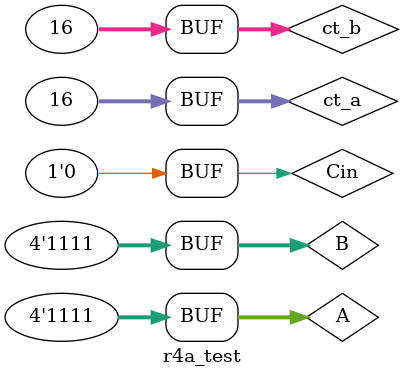
<source format=v>
`include "p11_12.v"

module r4a_test();
	/* for each possible A input, we will try each possible B input,
	 * resulting in an interation through possible inputs. Not all
	 * transitions are tried as there are not any reverse connections in
	 * the circuit (a higher level connecting to a lower level) that would
	 * make them necissary. */

	reg [3:0] A, B;
	reg Cin;
	wire [3:0] S;
	wire Cout;
	integer ct_a, ct_b;
	r4_adder r4a(S,Cout, A,B,Cin);

	initial begin
		A = 0;
		B = 0;
		Cin = 0;

		$dumpfile("r4_adder.vcd");
		$dumpvars(1,r4a);
		$monitor("A=%d B=%d Cin=%b A+B+Cin=test(%d C=%b)=%d",A,B,Cin,S,Cout,A+B);
		for (ct_a = 0; ct_a <= 'b1111; ct_a = ct_a + 1) begin
			#10 A = ct_a;
			for (ct_b = 0; ct_b <= 'b1111; ct_b = ct_b + 1) begin
				#10 B = ct_b;
			end
		end
	end
endmodule

</source>
